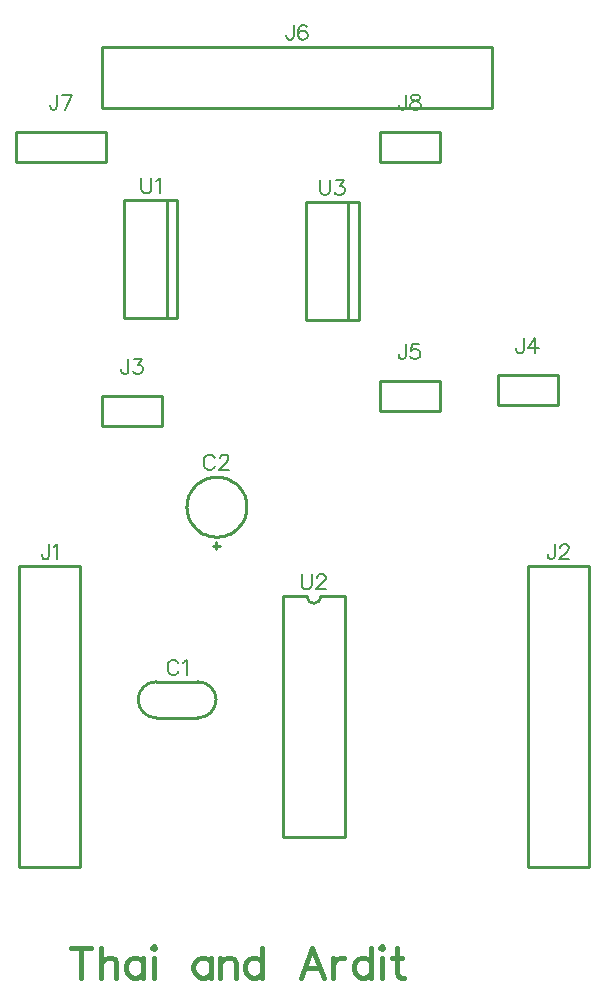
<source format=gto>
G04 DipTrace 3.1.0.1*
G04 09342-02_pranvokua9_0_1.gto*
%MOMM*%
G04 #@! TF.FileFunction,Legend,Top*
G04 #@! TF.Part,Single*
%ADD10C,0.25*%
%ADD56C,0.19608*%
%ADD57C,0.39216*%
%FSLAX35Y35*%
G04*
G71*
G90*
G75*
G01*
G04 TopSilk*
%LPD*%
X2378739Y3388120D2*
D10*
X2734034D1*
X2378739Y3692920D2*
X2734034D1*
Y3388120D2*
G03X2734034Y3692920I152J152400D01*
G01*
X2378739D2*
G03X2378739Y3388120I-152J-152400D01*
G01*
X2919749Y4845602D2*
X2859704D1*
X2889727Y4815582D2*
Y4875560D1*
X2635727Y5175575D2*
X2636345Y5193286D1*
X2638199Y5210912D1*
X2641277Y5228366D1*
X2645566Y5245562D1*
X2651045Y5262417D1*
X2657686Y5278849D1*
X2665458Y5294778D1*
X2674322Y5310127D1*
X2684236Y5324819D1*
X2695151Y5338785D1*
X2707014Y5351956D1*
X2719767Y5364267D1*
X2733349Y5375659D1*
X2747692Y5386076D1*
X2762727Y5395467D1*
X2778380Y5403788D1*
X2794577Y5410996D1*
X2811236Y5417058D1*
X2828279Y5421943D1*
X2845620Y5425628D1*
X2863176Y5428094D1*
X2880862Y5429330D1*
X2898591D1*
X2916277Y5428094D1*
X2933833Y5425628D1*
X2951175Y5421943D1*
X2968217Y5417058D1*
X2984877Y5410996D1*
X3001073Y5403788D1*
X3016727Y5395467D1*
X3031762Y5386076D1*
X3046105Y5375659D1*
X3059686Y5364267D1*
X3072439Y5351956D1*
X3084302Y5338785D1*
X3095217Y5324819D1*
X3105131Y5310127D1*
X3113995Y5294778D1*
X3121767Y5278849D1*
X3128409Y5262417D1*
X3133887Y5245562D1*
X3138176Y5228366D1*
X3141255Y5210912D1*
X3143108Y5193286D1*
X3143727Y5175575D1*
X3143108Y5157863D1*
X3141255Y5140237D1*
X3138176Y5122784D1*
X3133887Y5105587D1*
X3128409Y5088732D1*
X3121767Y5072300D1*
X3113995Y5056371D1*
X3105131Y5041023D1*
X3095217Y5026330D1*
X3084302Y5012364D1*
X3072439Y4999194D1*
X3059686Y4986882D1*
X3046105Y4975490D1*
X3031762Y4965073D1*
X3016727Y4955682D1*
X3001073Y4947361D1*
X2984877Y4940153D1*
X2968217Y4934091D1*
X2951175Y4929206D1*
X2933833Y4925522D1*
X2916277Y4923055D1*
X2898591Y4921819D1*
X2880862D1*
X2863176Y4923055D1*
X2845620Y4925522D1*
X2828279Y4929206D1*
X2811236Y4934091D1*
X2794577Y4940153D1*
X2778380Y4947361D1*
X2762727Y4955682D1*
X2747692Y4965073D1*
X2733349Y4975490D1*
X2719767Y4986882D1*
X2707014Y4999194D1*
X2695151Y5012364D1*
X2684236Y5026330D1*
X2674322Y5041023D1*
X2665458Y5056371D1*
X2657686Y5072300D1*
X2651045Y5088732D1*
X2645566Y5105587D1*
X2641277Y5122784D1*
X2638199Y5140237D1*
X2636345Y5157863D1*
X2635727Y5175575D1*
X1734097Y4671760D2*
X1218097D1*
Y2123760D1*
X1734097D1*
Y4671760D1*
X6043207Y4672393D2*
X5527207D1*
Y2124393D1*
X6043207D1*
Y4672393D1*
X1921410Y6112039D2*
X2429470D1*
Y5858027D1*
X1921410D1*
Y6112039D1*
X5270190Y6287019D2*
X5778250D1*
Y6033007D1*
X5270190D1*
Y6287019D1*
X4270066Y6239396D2*
X4778127D1*
Y5985383D1*
X4270066D1*
Y6239396D1*
X1916597Y9069133D2*
X5226597D1*
Y8553133D1*
X1916597D1*
Y9069133D1*
X1191315Y8350179D2*
X1953219D1*
Y8096167D1*
X1191315D1*
Y8350179D1*
X4270663D2*
X4778724D1*
Y8096167D1*
X4270663D1*
Y8350179D1*
X2556540Y7770740D2*
X2106540D1*
Y6770740D1*
X2556540D1*
Y7770740D1*
X2466540D2*
Y6770740D1*
X3974481Y4417760D2*
Y2377760D1*
X3454459D2*
X3974481D1*
X3454459Y4417760D2*
Y2377760D1*
Y4417760D2*
X3654460D1*
X3974481D2*
X3774480D1*
X3654460D2*
G03X3774480Y4417760I60010J34D01*
G01*
X4096253Y7754867D2*
X3646253D1*
Y6754867D1*
X4096253D1*
Y7754867D1*
X4006253D2*
Y6754867D1*
X2567102Y3848584D2*
D56*
X2561065Y3860657D1*
X2548852Y3872870D1*
X2536779Y3878907D1*
X2512492D1*
X2500279Y3872870D1*
X2488206Y3860657D1*
X2482029Y3848584D1*
X2475992Y3830334D1*
Y3799870D1*
X2482029Y3781761D1*
X2488206Y3769547D1*
X2500279Y3757474D1*
X2512492Y3751297D1*
X2536779D1*
X2548852Y3757474D1*
X2561065Y3769547D1*
X2567102Y3781761D1*
X2606318Y3854480D2*
X2618531Y3860657D1*
X2636781Y3878766D1*
Y3751297D1*
X2873137Y5585149D2*
X2867101Y5597222D1*
X2854887Y5609435D1*
X2842814Y5615472D1*
X2818527D1*
X2806314Y5609435D1*
X2794241Y5597222D1*
X2788064Y5585149D1*
X2782027Y5566899D1*
Y5536435D1*
X2788064Y5518325D1*
X2794241Y5506112D1*
X2806314Y5494039D1*
X2818527Y5487862D1*
X2842814D1*
X2854887Y5494039D1*
X2867101Y5506112D1*
X2873137Y5518325D1*
X2918530Y5585008D2*
Y5591045D1*
X2924566Y5603258D1*
X2930603Y5609295D1*
X2942816Y5615331D1*
X2967103D1*
X2979176Y5609295D1*
X2985212Y5603258D1*
X2991389Y5591045D1*
Y5578972D1*
X2985212Y5566758D1*
X2973139Y5548649D1*
X2912353Y5487862D1*
X2997426D1*
X1471650Y4857747D2*
Y4760600D1*
X1465614Y4742350D1*
X1459437Y4736314D1*
X1447364Y4730137D1*
X1435150D1*
X1423077Y4736314D1*
X1417041Y4742350D1*
X1410864Y4760600D1*
Y4772674D1*
X1510866Y4833320D2*
X1523080Y4839497D1*
X1541330Y4857606D1*
Y4730137D1*
X5753456Y4858380D2*
Y4761234D1*
X5747419Y4742984D1*
X5741242Y4736947D1*
X5729169Y4730770D1*
X5716956D1*
X5704882Y4736947D1*
X5698846Y4742984D1*
X5692669Y4761234D1*
Y4773307D1*
X5798848Y4827916D2*
Y4833953D1*
X5804885Y4846166D1*
X5810921Y4852203D1*
X5823135Y4858240D1*
X5847421D1*
X5859494Y4852203D1*
X5865531Y4846166D1*
X5871708Y4833953D1*
Y4821880D1*
X5865531Y4809666D1*
X5853458Y4791557D1*
X5792671Y4730770D1*
X5877744D1*
X2143689Y6425013D2*
Y6327867D1*
X2137652Y6309617D1*
X2131475Y6303581D1*
X2119402Y6297404D1*
X2107189D1*
X2095116Y6303581D1*
X2089079Y6309617D1*
X2082902Y6327867D1*
Y6339940D1*
X2195118Y6424873D2*
X2261801D1*
X2225441Y6376300D1*
X2243691D1*
X2255764Y6370263D1*
X2261801Y6364227D1*
X2267978Y6345977D1*
Y6333904D1*
X2261801Y6315654D1*
X2249728Y6303440D1*
X2231478Y6297404D1*
X2213228D1*
X2195118Y6303440D1*
X2189081Y6309617D1*
X2182905Y6321690D1*
X5489451Y6599993D2*
Y6502847D1*
X5483414Y6484597D1*
X5477237Y6478561D1*
X5465164Y6472384D1*
X5452951D1*
X5440878Y6478561D1*
X5434841Y6484597D1*
X5428664Y6502847D1*
Y6514920D1*
X5589453Y6472384D2*
Y6599853D1*
X5528666Y6514920D1*
X5619776D1*
X4492346Y6552370D2*
Y6455224D1*
X4486309Y6436974D1*
X4480132Y6430937D1*
X4468059Y6424760D1*
X4455846D1*
X4443772Y6430937D1*
X4437736Y6436974D1*
X4431559Y6455224D1*
Y6467297D1*
X4604421Y6552230D2*
X4543775D1*
X4537738Y6497620D1*
X4543775Y6503656D1*
X4562025Y6509833D1*
X4580134D1*
X4598384Y6503656D1*
X4610598Y6491583D1*
X4616634Y6473333D1*
Y6461260D1*
X4610598Y6443010D1*
X4598384Y6430797D1*
X4580134Y6424760D1*
X4562025D1*
X4543775Y6430797D1*
X4537738Y6436974D1*
X4531561Y6449047D1*
X3542934Y9255120D2*
Y9157974D1*
X3536897Y9139724D1*
X3530721Y9133687D1*
X3518647Y9127510D1*
X3506434D1*
X3494361Y9133687D1*
X3488324Y9139724D1*
X3482147Y9157974D1*
Y9170047D1*
X3655009Y9236870D2*
X3648973Y9248943D1*
X3630723Y9254980D1*
X3618650D1*
X3600400Y9248943D1*
X3588186Y9230693D1*
X3582150Y9200370D1*
Y9170047D1*
X3588186Y9145760D1*
X3600400Y9133547D1*
X3618650Y9127510D1*
X3624686D1*
X3642796Y9133547D1*
X3655009Y9145760D1*
X3661046Y9164010D1*
Y9170047D1*
X3655009Y9188297D1*
X3642796Y9200370D1*
X3624686Y9206406D1*
X3618650D1*
X3600400Y9200370D1*
X3588186Y9188297D1*
X3582150Y9170047D1*
X1540516Y8663153D2*
Y8566007D1*
X1534479Y8547757D1*
X1528302Y8541721D1*
X1516229Y8535544D1*
X1504016D1*
X1491942Y8541721D1*
X1485906Y8547757D1*
X1479729Y8566007D1*
Y8578080D1*
X1604018Y8535544D2*
X1664804Y8663013D1*
X1579731D1*
X4493012Y8663153D2*
Y8566007D1*
X4486976Y8547757D1*
X4480799Y8541721D1*
X4468726Y8535544D1*
X4456512D1*
X4444439Y8541721D1*
X4438403Y8547757D1*
X4432226Y8566007D1*
Y8578080D1*
X4562551Y8663013D2*
X4544442Y8656976D1*
X4538265Y8644903D1*
Y8632690D1*
X4544442Y8620617D1*
X4556515Y8614440D1*
X4580801Y8608403D1*
X4599051Y8602367D1*
X4611124Y8590153D1*
X4617161Y8578080D1*
Y8559830D1*
X4611124Y8547757D1*
X4605088Y8541580D1*
X4586838Y8535544D1*
X4562551D1*
X4544442Y8541580D1*
X4538265Y8547757D1*
X4532228Y8559830D1*
Y8578080D1*
X4538265Y8590153D1*
X4550478Y8602367D1*
X4568588Y8608403D1*
X4592874Y8614440D1*
X4605088Y8620617D1*
X4611124Y8632690D1*
Y8644903D1*
X4605088Y8656976D1*
X4586838Y8663013D1*
X4562551D1*
X2254164Y7956727D2*
Y7865617D1*
X2260200Y7847367D1*
X2272414Y7835294D1*
X2290664Y7829117D1*
X2302737D1*
X2320987Y7835294D1*
X2333200Y7847367D1*
X2339237Y7865617D1*
Y7956727D1*
X2378453Y7932300D2*
X2390666Y7938477D1*
X2408916Y7956586D1*
Y7829117D1*
X3609789Y4603747D2*
Y4512637D1*
X3615826Y4494387D1*
X3628039Y4482314D1*
X3646289Y4476137D1*
X3658362D1*
X3676612Y4482314D1*
X3688826Y4494387D1*
X3694862Y4512637D1*
Y4603747D1*
X3740255Y4573283D2*
Y4579320D1*
X3746291Y4591533D1*
X3752328Y4597570D1*
X3764541Y4603606D1*
X3788828D1*
X3800901Y4597570D1*
X3806937Y4591533D1*
X3813114Y4579320D1*
Y4567247D1*
X3806937Y4555033D1*
X3794864Y4536924D1*
X3734078Y4476137D1*
X3819151D1*
X3766572Y7940853D2*
Y7849744D1*
X3772609Y7831494D1*
X3784822Y7819421D1*
X3803072Y7813244D1*
X3815145D1*
X3833395Y7819421D1*
X3845609Y7831494D1*
X3851645Y7849744D1*
Y7940853D1*
X3903075Y7940713D2*
X3969757D1*
X3933398Y7892140D1*
X3951648D1*
X3963721Y7886103D1*
X3969757Y7880067D1*
X3975934Y7861817D1*
Y7849744D1*
X3969757Y7831494D1*
X3957684Y7819280D1*
X3939434Y7813244D1*
X3921184D1*
X3903075Y7819280D1*
X3897038Y7825457D1*
X3890861Y7837530D1*
X1745321Y1442090D2*
D57*
Y1186871D1*
X1660248Y1442090D2*
X1830394D1*
X1908825D2*
Y1186871D1*
Y1308444D2*
X1945325Y1344944D1*
X1969752Y1357017D1*
X2006252D1*
X2030398Y1344944D1*
X2042472Y1308444D1*
Y1186871D1*
X2266622Y1357017D2*
Y1186871D1*
Y1320517D2*
X2242476Y1344944D1*
X2218049Y1357017D1*
X2181830D1*
X2157403Y1344944D1*
X2133257Y1320517D1*
X2120903Y1284017D1*
Y1259871D1*
X2133257Y1223371D1*
X2157403Y1199224D1*
X2181830Y1186871D1*
X2218049D1*
X2242476Y1199224D1*
X2266622Y1223371D1*
X2345053Y1442090D2*
X2357127Y1430017D1*
X2369480Y1442090D1*
X2357127Y1454444D1*
X2345053Y1442090D1*
X2357127Y1357017D2*
Y1186871D1*
X2840524Y1357017D2*
Y1186871D1*
Y1320517D2*
X2816378Y1344944D1*
X2791951Y1357017D1*
X2755732D1*
X2731305Y1344944D1*
X2707159Y1320517D1*
X2694805Y1284017D1*
Y1259871D1*
X2707159Y1223371D1*
X2731305Y1199224D1*
X2755732Y1186871D1*
X2791951D1*
X2816378Y1199224D1*
X2840524Y1223371D1*
X2918955Y1357017D2*
Y1186871D1*
Y1308444D2*
X2955455Y1344944D1*
X2979882Y1357017D1*
X3016101D1*
X3040528Y1344944D1*
X3052601Y1308444D1*
Y1186871D1*
X3276752Y1442090D2*
Y1186871D1*
Y1320517D2*
X3252606Y1344944D1*
X3228179Y1357017D1*
X3191679D1*
X3167533Y1344944D1*
X3143106Y1320517D1*
X3131033Y1284017D1*
Y1259871D1*
X3143106Y1223371D1*
X3167533Y1199224D1*
X3191679Y1186871D1*
X3228179D1*
X3252606Y1199224D1*
X3276752Y1223371D1*
X3796649Y1186871D2*
X3699223Y1442090D1*
X3602076Y1186871D1*
X3638576Y1271944D2*
X3760149D1*
X3875081Y1357017D2*
Y1186871D1*
Y1284017D2*
X3887435Y1320517D1*
X3911581Y1344944D1*
X3936008Y1357017D1*
X3972508D1*
X4196658Y1442090D2*
Y1186871D1*
Y1320517D2*
X4172512Y1344944D1*
X4148085Y1357017D1*
X4111585D1*
X4087439Y1344944D1*
X4063012Y1320517D1*
X4050939Y1284017D1*
Y1259871D1*
X4063012Y1223371D1*
X4087439Y1199224D1*
X4111585Y1186871D1*
X4148085D1*
X4172512Y1199224D1*
X4196658Y1223371D1*
X4275090Y1442090D2*
X4287163Y1430017D1*
X4299517Y1442090D1*
X4287163Y1454444D1*
X4275090Y1442090D1*
X4287163Y1357017D2*
Y1186871D1*
X4414448Y1442090D2*
Y1235444D1*
X4426521Y1199224D1*
X4450948Y1186871D1*
X4475094D1*
X4377948Y1357017D2*
X4463021D1*
M02*

</source>
